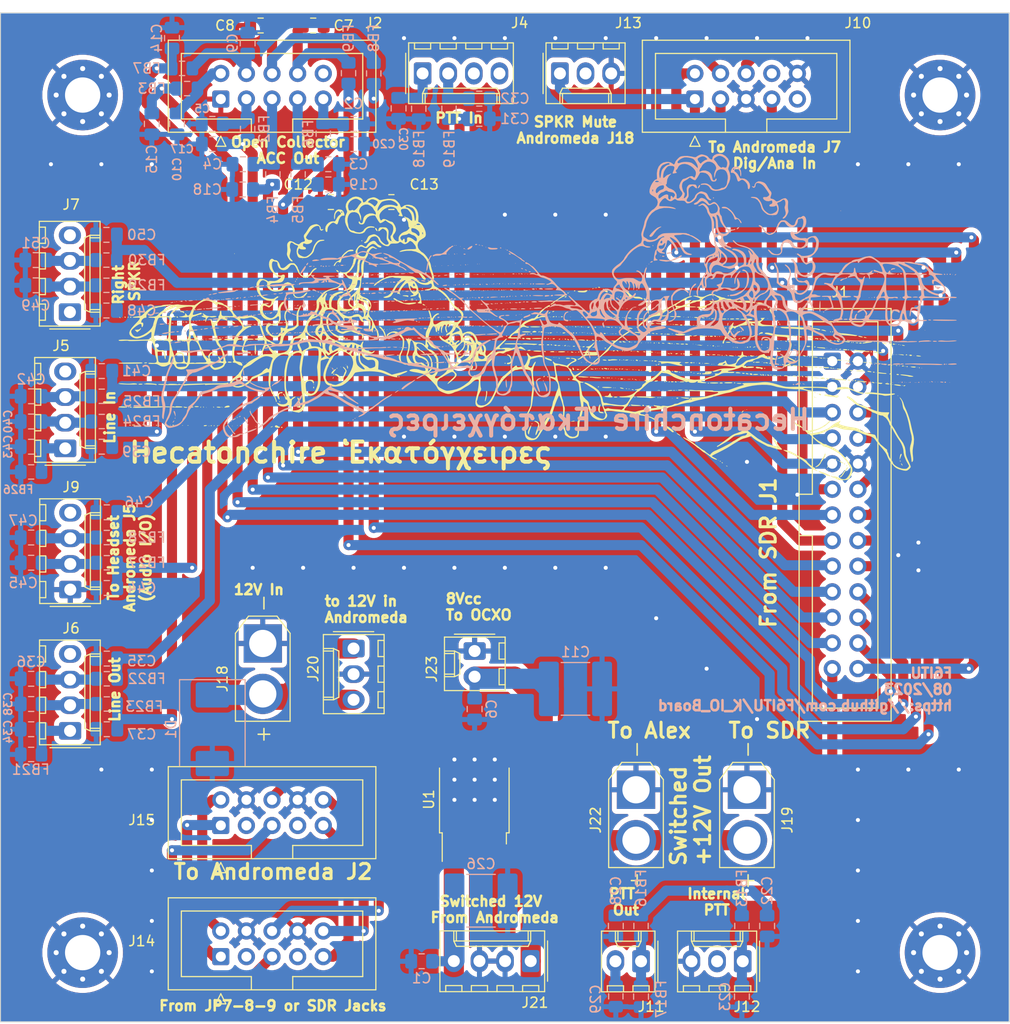
<source format=kicad_pcb>
(kicad_pcb (version 20221018) (generator pcbnew)
  (layers (0 "F.Cu" signal) (31 "B.Cu" signal) (34 "B.Paste" user) (35 "F.Paste" user) (36 "B.SilkS" user "B.Silkscreen") (37 "F.SilkS" user "F.Silkscreen") (38 "B.Mask" user) (39 "F.Mask" user) (44 "Edge.Cuts" user))
  (net 0 "")
  (net 1 "Net-(J2-Pin_9)")
  (net 2 "GND")
  (net 3 "Net-(J2-Pin_7)")
  (net 4 "Net-(J2-Pin_5)")
  (net 5 "Net-(J2-Pin_3)")
  (net 6 "Net-(J2-Pin_8)")
  (net 7 "Net-(J2-Pin_6)")
  (net 8 "Net-(J2-Pin_4)")
  (net 9 "Net-(J2-Pin_2)")
  (net 10 "OC_OUT_1")
  (net 11 "OC_OUT_3")
  (net 12 "OC_OUT_5")
  (net 13 "OC_REF")
  (net 14 "OC_OUT_6")
  (net 15 "OC_OUT_4")
  (net 16 "OC_OUT_2")
  (net 17 "OC_OUT_0")
  (net 18 "PTT_OUT")
  (net 19 "Net-(J12-Pin_1)")
  (net 20 "Net-(J11-Pin_1)")
  (net 21 "Net-(J4-Pin_1)")
  (net 22 "PTT_IN")
  (net 23 "Net-(J4-Pin_2)")
  (net 24 "Net-(J6-Pin_1)")
  (net 25 "L_LINE_OUT")
  (net 26 "Net-(J6-Pin_3)")
  (net 27 "R_LINE_OUT")
  (net 28 "Net-(J6-Pin_2)")
  (net 29 "R_LINE_IN")
  (net 30 "Net-(J5-Pin_2)")
  (net 31 "L_LINE_IN")
  (net 32 "Net-(J5-Pin_3)")
  (net 33 "Net-(J5-Pin_1)")
  (net 34 "R_HP_OUT")
  (net 35 "Net-(J9-Pin_2)")
  (net 36 "L_HP_OUT")
  (net 37 "Net-(J9-Pin_3)")
  (net 38 "RIGHT_SPKR")
  (net 39 "Net-(J7-Pin_2)")
  (net 40 "RIGHT_SPKR1")
  (net 41 "Net-(J7-Pin_3)")
  (net 42 "Net-(J11-Pin_2)")
  (net 43 "DIG IN 1")
  (net 44 "ANA_IN_1")
  (net 45 "ANA_IN_2")
  (net 46 "DIG_IN_4")
  (net 47 "DIG IN 2")
  (net 48 "DIG_IN3")
  (net 61 "Net-(J14-Pin_1)")
  (net 62 "Net-(J14-Pin_2)")
  (net 64 "Net-(J14-Pin_5)")
  (net 65 "Net-(J14-Pin_6)")
  (net 67 "Net-(J14-Pin_9)")
  (net 68 "Net-(J14-Pin_10)")
  (net 71 "Net-(J19-Pin_2)")
  (net 72 "Net-(J23-Pin_2)")
  (net 73 "Net-(D1-K)")
  (footprint "Connector_IDC:IDC-Header_2x05_P2.54mm_Vertical" (layer "F.Cu") (at 131.84 140.54 90)
    (fp_text reference "J15")
    (fp_text value "to Andromeda J2")
  )
  (footprint "Connector_Molex:Molex_KK-254_AE-6410-03A_1x03_P2.54mm_Vertical" (layer "F.Cu") (at 145 123 -90)
    (fp_text reference "J20")
    (fp_text value "to 12V Andromeda in")
  )
  (footprint "MountingHole:MountingHole_3.5mm_Pad_Via" (layer "F.Cu") (at 118.143845 153.143845)
    (fp_text reference "H3" hide)
    (fp_text value "MountingHole_Pad")
  )
  (footprint "Connector_AMASS:AMASS_XT30U-F_1x02_P5.0mm_Vertical" (layer "F.Cu") (at 184 137 -90)
    (fp_text reference "J19")
    (fp_text value "To SDR")
  )
  (footprint "Capacitor_SMD:C_0805_2012Metric_Pad1.18x1.45mm_HandSolder" (layer "F.Cu") (at 148.75 78.75)
    (fp_text reference "C13")
    (fp_text value "10n")
  )
  (footprint "Connector_Molex:Molex_KK-254_AE-6410-04A_1x04_P2.54mm_Vertical" (layer "F.Cu") (at 116.9175 117.16 90)
    (fp_text reference "J9")
    (fp_text value "Headphone front plate")
  )
  (footprint "Connector_IDC:IDC-Header_2x13_P2.54mm_Vertical" (layer "F.Cu") (at 192.46 94.52)
    (fp_text reference "J1")
    (fp_text value "Conn from SDR J1")
  )
  (footprint "MountingHole:MountingHole_3.5mm_Pad_Via" (layer "F.Cu") (at 203.143845 68.143845)
    (fp_text reference "H1" hide)
    (fp_text value "MountingHole_Pad")
  )
  (footprint "Package_TO_SOT_SMD:TO-252-3_TabPin2" (layer "F.Cu") (at 156.97 137.96 90)
    (fp_text reference "U1")
    (fp_text value "L7808")
  )
  (footprint "Connector_Molex:Molex_KK-254_AE-6410-04A_1x04_P2.54mm_Vertical" (layer "F.Cu") (at 116.88 89.66 90)
    (fp_text reference "J7")
    (fp_text value "Right SPKR")
  )
  (footprint "Connector_AMASS:AMASS_XT30U-F_1x02_P5.0mm_Vertical" (layer "F.Cu") (at 136 122.5 -90)
    (fp_text reference "J18")
    (fp_text value "Conn_01x02_Socket")
  )
  (footprint "Connector_AMASS:AMASS_XT30U-F_1x02_P5.0mm_Vertical" (layer "F.Cu") (at 173 137 -90)
    (fp_text reference "J22")
    (fp_text value "To Alexandrie")
  )
  (footprint "Connector_Molex:Molex_KK-254_AE-6410-04A_1x04_P2.54mm_Vertical" (layer "F.Cu") (at 162.56 153.98 180)
    (fp_text reference "J21")
    (fp_text value "Switched 12V From Andromeda")
  )
  (footprint "Capacitor_SMD:C_0805_2012Metric_Pad1.18x1.45mm_HandSolder" (layer "F.Cu") (at 141 61.25)
    (fp_text reference "C7")
    (fp_text value "10n")
  )
  (footprint "Connector_IDC:IDC-Header_2x05_P2.54mm_Vertical" (layer "F.Cu") (at 131.84 153.54 90)
    (fp_text reference "J14")
    (fp_text value "Jack_in/out")
  )
  (footprint "Capacitor_SMD:C_0805_2012Metric_Pad1.18x1.45mm_HandSolder" (layer "F.Cu") (at 142.75 78.75 180)
    (fp_text reference "C12")
    (fp_text value "10n")
  )
  (footprint "lib:hecatonghire" (layer "F.Cu") (at 161.75 92)
    (fp_text reference "G***" hide)
    (fp_text value "LOGO" hide)
  )
  (footprint "MountingHole:MountingHole_3.5mm_Pad_Via" (layer "F.Cu") (at 203.143845 153.143845)
    (fp_text reference "H4" hide)
    (fp_text value "MountingHole_Pad")
  )
  (footprint "MountingHole:MountingHole_3.5mm_Pad_Via" (layer "F.Cu") (at 118.143845 68.143845)
    (fp_text reference "H2" hide)
    (fp_text value "MountingHole_Pad")
  )
  (footprint "Connector_IDC:IDC-Header_2x05_P2.54mm_Vertical" (layer "F.Cu") (at 131.84 68.54 90)
    (fp_text reference "J2")
    (fp_text value "ACC Out")
  )
  (footprint "Connector_Molex:Molex_KK-254_AE-6410-03A_1x03_P2.54mm_Vertical" (layer "F.Cu") (at 165.46 66)
    (fp_text reference "J13")
    (fp_text value "SPKR Mute")
  )
  (footprint "Capacitor_SMD:C_0805_2012Metric_Pad1.18x1.45mm_HandSolder" (layer "F.Cu") (at 135.7875 61.25 180)
    (fp_text reference "C8")
    (fp_text value "10n")
  )
  (footprint "Connector_Molex:Molex_KK-254_AE-6410-02A_1x02_P2.54mm_Vertical" (layer "F.Cu") (at 157 123.25 -90)
    (fp_text reference "J23")
    (fp_text value "To OCXO")
  )
  (footprint "Connector_IDC:IDC-Header_2x05_P2.54mm_Vertical" (layer "F.Cu") (at 178.84 68.54 90)
    (fp_text reference "J10")
    (fp_text value "To Andromeda J7")
  )
  (footprint "Connector_Molex:Molex_KK-254_AE-6410-04A_1x04_P2.54mm_Vertical" (layer "F.Cu") (at 116.8975 131.16 90)
    (fp_text reference "J6")
    (fp_text value "Line Out")
  )
  (footprint "Connector_Molex:Molex_KK-254_AE-6410-02A_1x02_P2.54mm_Vertical" (layer "F.Cu") (at 173.5 154 180)
    (fp_text reference "J11")
    (fp_text value "PTT Out")
  )
  (footprint "Connector_Molex:Molex_KK-254_AE-6410-03A_1x03_P2.54mm_Vertical" (layer "F.Cu") (at 183.58 154 180)
    (fp_text reference "J12")
    (fp_text value "PTT Int")
  )
  (footprint "Connector_Molex:Molex_KK-254_AE-6410-04A_1x04_P2.54mm_Vertical" (layer "F.Cu") (at 151.8425 66)
    (fp_text reference "J4")
    (fp_text value "PTT In")
  )
  (footprint "Connector_Molex:Molex_KK-254_AE-6410-04A_1x04_P2.54mm_Vertical" (layer "F.Cu") (at 116.4175 103.16 90)
    (fp_text reference "J5")
    (fp_text value "Line In")
  )
  (footprint "Capacitor_SMD:C_0805_2012Metric_Pad1.18x1.45mm_HandSolder" (layer "B.Cu") (at 113.5 87 180)
    (fp_text reference "C49")
    (fp_text value "10n")
  )
  (footprint "Inductor_SMD:L_0805_2012Metric_Pad1.15x1.40mm_HandSolder" (layer "B.Cu") (at 113.0375 133.5)
    (fp_text reference "FB21")
    (fp_text value "fb0805")
  )
  (footprint "Inductor_SMD:L_0805_2012Metric_Pad1.15x1.40mm_HandSolder" (layer "B.Cu") (at 120.5 84.5 180)
    (fp_text reference "FB30")
    (fp_text value "fb0805")
  )
  (footprint "Capacitor_SMD:C_0805_2012Metric_Pad1.18x1.45mm_HandSolder" (layer "B.Cu") (at 142.5 77)
    (fp_text reference "C19")
    (fp_text value "10n")
  )
  (footprint "Inductor_SMD:L_0805_2012Metric_Pad1.15x1.40mm_HandSolder" (layer "B.Cu") (at 154.4625 69.5 90)
    (fp_text reference "FB19")
    (fp_text value "fb0805")
  )
  (footprint "Capacitor_SMD:C_0805_2012Metric_Pad1.18x1.45mm_HandSolder" (layer "B.Cu") (at 113.0375 126 180)
    (fp_text reference "C36")
    (fp_text value "10n")
  )
  (footprint "Capacitor_SMD:C_2220_5650Metric_Pad1.97x5.40mm_HandSolder" (layer "B.Cu") (at 157.6375 148 180)
    (fp_text reference "C26")
    (fp_text value "C_Polarized_Small")
  )
  (footprint "Capacitor_SMD:C_0805_2012Metric_Pad1.18x1.45mm_HandSolder" (layer "B.Cu") (at 113.5 84.5 180)
    (fp_text reference "C51")
    (fp_text value "10n")
  )
  (footprint "Capacitor_SMD:C_0805_2012Metric_Pad1.18x1.45mm_HandSolder" (layer "B.Cu") (at 145 73)
    (fp_text reference "C20")
    (fp_text value "10n")
  )
  (footprint "Capacitor_SMD:C_0805_2012Metric_Pad1.18x1.45mm_HandSolder" (layer "B.Cu") (at 131 71 180)
    (fp_text reference "C5")
    (fp_text value "10n")
  )
  (footprint "Capacitor_SMD:C_0805_2012Metric_Pad1.18x1.45mm_HandSolder" (layer "B.Cu") (at 120.5 89.5 180)
    (fp_text reference "C48")
    (fp_text value "10n")
  )
  (footprint "Capacitor_SMD:C_0805_2012Metric_Pad1.18x1.45mm_HandSolder" (layer "B.Cu") (at 113.0375 98 180)
    (fp_text reference "C42")
    (fp_text value "10n")
  )
  (footprint "Capacitor_SMD:C_0805_2012Metric_Pad1.18x1.45mm_HandSolder" (layer "B.Cu") (at 173.5 157.5 -90)
    (fp_text reference "C29")
    (fp_text value "10n")
  )
  (footprint "Inductor_SMD:L_0805_2012Metric_Pad1.15x1.40mm_HandSolder" (layer "B.Cu") (at 120.5375 112 180)
    (fp_text reference "FB28")
    (fp_text value "fb0805")
  )
  (footprint "Capacitor_SMD:C_0805_2012Metric_Pad1.18x1.45mm_HandSolder" (layer "B.Cu") (at 120.5375 109.5 180)
    (fp_text reference "C46")
    (fp_text value "10n")
  )
  (footprint "Capacitor_SMD:C_0805_2012Metric_Pad1.18x1.45mm_HandSolder" (layer "B.Cu") (at 120.5 82 180)
    (fp_text reference "C50")
    (fp_text value "10n")
  )
  (footprint "Capacitor_SMD:C_0805_2012Metric_Pad1.18x1.45mm_HandSolder" (layer "B.Cu") (at 145 71)
    (fp_text reference "C2")
    (fp_text value "10n")
  )
  (footprint "Capacitor_SMD:C_0805_2012Metric_Pad1.18x1.45mm_HandSolder" (layer "B.Cu") (at 134 77.5 180)
    (fp_text reference "C18")
    (fp_text value "10n")
  )
  (footprint "Capacitor_SMD:C_0805_2012Metric_Pad1.18x1.45mm_HandSolder" (layer "B.Cu") (at 120.5375 124 180)
    (fp_text reference "C35")
    (fp_text value "10n")
  )
  (footprint "Capacitor_SMD:C_0805_2012Metric_Pad1.18x1.45mm_HandSolder" (layer "B.Cu") (at 134.5 63 90)
    (fp_text reference "C9")
    (fp_text value "10n")
  )
  (footprint "Capacitor_SMD:C_0805_2012Metric_Pad1.18x1.45mm_HandSolder" (layer "B.Cu") (at 157 129 90)
    (fp_text reference "C6")
    (fp_text value "C_Small")
  )
  (footprint "Inductor_SMD:L_0805_2012Metric_Pad1.15x1.40mm_HandSolder" (layer "B.Cu") (at 120.5375 114.5 180)
    (fp_text reference "FB27")
    (fp_text value "fb0805")
  )
  (footprint "Capacitor_SMD:C_0805_2012Metric_Pad1.18x1.45mm_HandSolder" (layer "B.Cu") (at 113.0375 128.5 180)
    (fp_text reference "C38")
    (fp_text value "10n")
  )
  (footprint "Inductor_SMD:L_0805_2012Metric_Pad1.15x1.40mm_HandSolder" (layer "B.Cu") (at 128 65.5 180)
    (fp_text reference "FB7")
    (fp_text value "fb0805")
  )
  (footprint "Capacitor_SMD:C_0805_2012Metric_Pad1.18x1.45mm_HandSolder" (layer "B.Cu") (at 120.0375 95.5 180)
    (fp_text reference "C41")
    (fp_text value "10n")
  )
  (footprint "Capacitor_SMD:C_0805_2012Metric_Pad1.18x1.45mm_HandSolder" (layer "B.Cu") (at 113.0375 114.5 180)
    (fp_text reference "C45")
    (fp_text value "10n")
  )
  (footprint "Capacitor_SMD:C_0805_2012Metric_Pad1.18x1.45mm_HandSolder" (layer "B.Cu") (at 120.0375 103 180)
    (fp_text reference "C39")
    (fp_text value "10n")
  )
  (footprint "Inductor_SMD:L_0805_2012Metric_Pad1.15x1.40mm_HandSolder" (layer "B.Cu") (at 137 76 90)
    (fp_text reference "FB4")
    (fp_text value "fb0805")
  )
  (footprint "Capacitor_SMD:C_0805_2012Metric_Pad1.18x1.45mm_HandSolder" (layer "B.Cu") (at 186 150.5 -90)
    (fp_text reference "C22")
    (fp_text value "10n")
  )
  (footprint "Capacitor_SMD:C_0805_2012Metric_Pad1.18x1.45mm_HandSolder" (layer "B.Cu") (at 120.5375 117 180)
    (fp_text reference "C44")
    (fp_text value "10n")
  )
  (footprint "Capacitor_SMD:C_0805_2012Metric_Pad1.18x1.45mm_HandSolder" (layer "B.Cu") (at 142.5 75)
    (fp_text reference "C3")
    (fp_text value "10n")
  )
  (footprint "Inductor_SMD:L_0805_2012Metric_Pad1.15x1.40mm_HandSolder" (layer "B.Cu") (at 147 66 -90)
    (fp_text reference "FB8")
    (fp_text value "fb0805")
  )
  (footprint "Capacitor_SMD:C_2220_5650Metric_Pad1.97x5.40mm_HandSolder" (layer "B.Cu") (at 167 127 180)
    (fp_text reference "C11")
    (fp_text value "C_Polarized_Small")
  )
  (footprint "Capacitor_SMD:C_0805_2012Metric_Pad1.18x1.45mm_HandSolder" (layer "B.Cu") (at 125 71 -90)
    (fp_text reference "C15")
    (fp_text value "10n")
  )
  (footprint "Inductor_SMD:L_0805_2012Metric_Pad1.15x1.40mm_HandSolder" (layer "B.Cu") (at 120.0375 100.5 180)
    (fp_text reference "FB24")
    (fp_text value "fb0805")
  )
  (footprint "Inductor_SMD:L_0805_2012Metric_Pad1.15x1.40mm_HandSolder" (layer "B.Cu") (at 120.0375 98 180)
    (fp_text reference "FB25")
    (fp_text value "fb0805")
  )
  (footprint "Capacitor_SMD:C_0805_2012Metric_Pad1.18x1.45mm_HandSolder" (layer "B.Cu") (at 127 62.5 90)
    (fp_text reference "C14")
    (fp_text value "10n")
  )
  (footprint "Inductor_SMD:L_0805_2012Metric_Pad1.15x1.40mm_HandSolder" (layer "B.Cu") (at 142 71.975 90)
    (fp_text reference "FB6")
    (fp_text value "fb0805")
  )
  (footprint "Inductor_SMD:L_0805_2012Metric_Pad1.15x1.40mm_HandSolder" (layer "B.Cu") (at 151.4625 69.5 90)
    (fp_text reference "FB18")
    (fp_text value "fb0805")
  )
  (footprint "Capacitor_SMD:C_0805_2012Metric_Pad1.18x1.45mm_HandSolder" (layer "B.Cu") (at 113.0375 112 180)
    (fp_text reference "C47")
    (fp_text value "10n")
  )
  (footprint "Capacitor_SMD:C_0805_2012Metric_Pad1.18x1.45mm_HandSolder" (layer "B.Cu") (at 113.0375 100.5 180)
    (fp_text reference "C40")
    (fp_text value "10n")
  )
  (footprint "Capacitor_SMD:C_0805_2012Metric_Pad1.18x1.45mm_HandSolder" (layer "B.Cu") (at 134.0375 75 180)
    (fp_text reference "C4")
    (fp_text value "10n")
  )
  (footprint "Capacitor_SMD:C_0805_2012Metric_Pad1.18x1.45mm_HandSolder" (layer "B.Cu") (at 151.75 154)
    (fp_text reference "C1")
    (fp_text value "C_Small")
  )
  (footprint "Inductor_SMD:L_0805_2012Metric_Pad1.15x1.40mm_HandSolder" (layer "B.Cu") (at 183.5 150.5 -90)
    (fp_text reference "FB13")
    (fp_text value "fb0805")
  )
  (footprint "Inductor_SMD:L_0805_2012Metric_Pad1.15x1.40mm_HandSolder" (layer "B.Cu") (at 120.5 87 180)
    (fp_text reference "FB29")
    (fp_text value "fb0805")
  )
  (footprint "Inductor_SMD:L_0805_2012Metric_Pad1.15x1.40mm_HandSolder" (layer "B.Cu") (at 144.5 65.975 -90)
    (fp_text reference "FB9")
    (fp_text value "fb0805")
  )
  (footprint "Inductor_SMD:L_0805_2012Metric_Pad1.15x1.40mm_HandSolder" (layer "B.Cu") (at 171 157.475 90)
    (fp_text reference "FB17")
    (fp_text value "fb0805")
  )
  (footprint "Inductor_SMD:L_0805_2012Metric_Pad1.15x1.40mm_HandSolder" (layer "B.Cu") (at 113.0375 105.5)
    (fp_text reference "FB26")
    (fp_text value "fb0805")
  )
  (footprint "Inductor_SMD:L_0805_2012Metric_Pad1.15x1.40mm_HandSolder" (layer "B.Cu") (at 173.5 150.5 -90)
    (fp_text reference "FB16")
    (fp_text value "fb0805")
  )
  (footprint "Capacitor_SMD:C_0805_2012Metric_Pad1.18x1.45mm_HandSolder" (layer "B.Cu") (at 131 73 180)
    (fp_text reference "C17")
    (fp_text value "10n")
  )
  (footprint "Inductor_SMD:L_0805_2012Metric_Pad1.15x1.40mm_HandSolder" (layer "B.Cu") (at 134.5 71.5 90)
    (fp_text reference "FB2")
    (fp_text value "fb0805")
  )
  (footprint "Capacitor_SMD:C_0805_2012Metric_Pad1.18x1.45mm_HandSolder" (layer "B.Cu") (at 149.4625 69.4625 90)
    (fp_text reference "C30")
    (fp_text value "10n")
  )
  (footprint "Inductor_SMD:L_0805_2012Metric_Pad1.15x1.40mm_HandSolder" (layer "B.Cu") (at 139.5 76 90)
    (fp_text reference "FB5")
    (fp_text value "fb0805")
  )
  (footprint "Inductor_SMD:L_0805_2012Metric_Pad1.15x1.40mm_HandSolder" (layer "B.Cu") (at 120.5375 126 180)
    (fp_text reference "FB22")
    (fp_text value "fb0805")
  )
  (footprint "Capacitor_SMD:C_0805_2012Metric_Pad1.18x1.45mm_HandSolder" (layer "B.Cu") (at 120.5375 131 180)
    (fp_text reference "C37")
    (fp_text value "10n")
  )
  (footprint "Capacitor_SMD:C_0805_2012Metric_Pad1.18x1.45mm_HandSolder" (layer "B.Cu") (at 127.5 71 -90)
    (fp_text reference "C10")
    (fp_text value "10n")
  )
  (footprint "Capacitor_SMD:C_0805_2012Metric_Pad1.18x1.45mm_HandSolder" (layer "B.Cu") (at 157.4625 70.5)
    (fp_text reference "C31")
    (fp_text value "10n")
  )
  (footprint "Capacitor_SMD:C_0805_2012Metric_Pad1.18x1.45mm_HandSolder" (layer "B.Cu") (at 171 150.5 -90)
    (fp_text reference "C28")
    (fp_text value "10n")
  )
  (footprint "Inductor_SMD:L_0805_2012Metric_Pad1.15x1.40mm_HandSolder" (layer "B.Cu") (at 128.5 67.5 180)
    (fp_text reference "FB3")
    (fp_text value "fb0805")
  )
  (footprint "Capacitor_SMD:C_0805_2012Metric_Pad1.18x1.45mm_HandSolder" (layer "B.Cu") (at 113.0375 103)
    (fp_text reference "C43")
    (fp_text value "10n")
  )
  (footprint "Capacitor_SMD:C_0805_2012Metric_Pad1.18x1.45mm_HandSolder" (layer "B.Cu") (at 183.5 157.5 -90)
    (fp_text reference "C23")
    (fp_text value "10n")
  )
  (footprint "Diode_SMD:D_SMC" (layer "B.Cu") (at 131 131 -90)
    (fp_text reference "D1")
    (fp_text value "SS36")
  )
  (footprint "lib:hecatonghire" (layer "B.Cu") (at 164.75 87.75 180)
    (fp_text reference "G***" hide)
    (fp_text value "LOGO" hide)
  )
  (footprint "Capacitor_SMD:C_0805_2012Metric_Pad1.18x1.45mm_HandSolder" (layer "B.Cu") (at 157.4625 68.5)
    (fp_text reference "C32")
    (fp_text value "10n")
  )
  (footprint "Inductor_SMD:L_0805_2012Metric_Pad1.15x1.40mm_HandSolder" (layer "B.Cu") (at 120.5375 128.5 180)
    (fp_text reference "FB23")
    (fp_text value "fb0805")
  )
  (footprint "Capacitor_SMD:C_0805_2012Metric_Pad1.18x1.45mm_HandSolder" (layer "B.Cu") (at 113.0375 131)
    (fp_text reference "C34")
    (fp_text value "10n")
  )
  (gr_rect (start 110 60) (end 210 160) (stroke (width 0.1)) (fill none) (layer "Edge.Cuts"))
  (gr_text "F6ITU\n08/2023\nhttps://github.com/F6ITU/K_IO_Board" (at 204.5 129.25) (layer "B.SilkS") (effects (font (size 1 1) (thickness 0.25) bold) (justify left bottom mirror)))
  (gr_text "Hecatonchire Ἑκατόγχειρες " (at 168.5 101.5) (layer "B.SilkS") (effects (font (size 2 2) (thickness 0.4) bold) (justify bottom mirror)))
  (gr_text "Hecatonchire Ἑκατόγχειρες " (at 144.5 104.75) (layer "F.SilkS") (effects (font (size 2 2) (thickness 0.4) bold) (justify bottom)))
  (gr_text "From JP7-8-9 or SDR Jacks" (at 137 159) (layer "F.SilkS") (effects (font (size 1 1) (thickness 0.25) bold) (justify bottom)))
  (gr_text "PTT \nOut" (at 172 149.5) (layer "F.SilkS") (effects (font (size 1 1) (thickness 0.25) bold) (justify bottom)))
  (gr_text "Switched 12V \nFrom Andromeda" (at 159 150.25) (layer "F.SilkS") (effects (font (size 1 1) (thickness 0.25) bold) (justify bottom)))
  (gr_text "Line Out" (at 121.9175 127.07 90) (layer "F.SilkS") (effects (font (size 1 1) (thickness 0.25) bold) (justify bottom)))
  (gr_text "SPKR Mute\nAndromeda J18" (at 167 73) (layer "F.SilkS") (effects (font (size 1 1) (thickness 0.25) bold) (justify bottom)))
  (gr_text "Switched\n+12V Out" (at 180.5 144.71 90) (layer "F.SilkS") (effects (font (size 1.5 1.5) (thickness 0.3) bold) (justify left bottom)))
  (gr_text "To Andromeda J2" (at 127 146) (layer "F.SilkS") (effects (font (size 1.5 1.5) (thickness 0.3) bold) (justify left bottom)))
  (gr_text "To Headset\nAndromeda J5\n(Audio I/O)\n" (at 125 114 90) (layer "F.SilkS") (effects (font (size 1 1) (thickness 0.25) bold) (justify bottom)))
  (gr_text "Internal\nPTT\n" (at 181 149.5) (layer "F.SilkS") (effects (font (size 1 1) (thickness 0.25) bold) (justify bottom)))
  (gr_text "To Alex" (at 170 132) (layer "F.SilkS") (effects (font (size 1.5 1.5) (thickness 0.3) bold) (justify left bottom)))
  (gr_text "Line In" (at 121.4175 100.07 90) (layer "F.SilkS") (effects (font (size 1 1) (thickness 0.25) bold) (justify bottom)))
  (gr_text "8Vcc\nTo OCXO\n\n" (at 154.01 121.87) (layer "F.SilkS") (effects (font (size 1 1) (thickness 0.25) bold) (justify left bottom)))
  (gr_text "PTT In" (at 155.4625 71) (layer "F.SilkS") (effects (font (size 1 1) (thickness 0.25) bold) (justify bottom)))
  (gr_text "To SDR" (at 182 132) (layer "F.SilkS") (effects (font (size 1.5 1.5) (thickness 0.3) bold) (justify left bottom)))
  (gr_text "To Andromeda J7\nDig/Ana In" (at 186.75 75.5) (layer "F.SilkS") (effects (font (size 1 1) (thickness 0.25) bold) (justify bottom)))
  (gr_text "Open Collector\nACC Out" (at 138.5 75) (layer "F.SilkS") (effects (font (size 1 1) (thickness 0.25) bold) (justify bottom)))
  (gr_text "Right \nSPKR" (at 123.88 86.57 90) (layer "F.SilkS") (effects (font (size 1 1) (thickness 0.25) bold) (justify bottom)))
  (gr_text "to 12V in \nAndromeda " (at 142 120.5) (layer "F.SilkS") (effects (font (size 1 1) (thickness 0.25) bold) (justify left bottom)))
  (gr_text "From SDR J1" (at 187 113.5 90) (layer "F.SilkS") (effects (font (size 1.5 1.5) (thickness 0.3) bold) (justify bottom)))
  (gr_text "12V In" (at 133 117.75) (layer "F.SilkS") (effects (font (size 1 1) (thickness 0.25) bold) (justify left bottom)))
  (segment (start 142 68.54) (end 142 70.95) (width 1) (layer "B.Cu") (net 1))
  (segment (start 142 70.95) (end 143.9125 70.95) (width 1) (layer "B.Cu") (net 1))
  (segment (start 143.9125 70.95) (end 143.9625 71) (width 1) (layer "B.Cu") (net 1))
  (segment (start 155 136) (end 157 136) (width 1) (layer "F.Cu") (net 2))
  (segment (start 157 134) (end 155 134) (width 1) (layer "F.Cu") (net 2))
  (segment (start 159 136) (end 159 134) (width 1) (layer "F.Cu") (net 2))
  (segment (start 157 138) (end 157 136) (width 1) (layer "F.Cu") (net 2))
  (segment (start 155 134) (end 155 136) (width 1) (layer "F.Cu") (net 2))
  (segment (start 157 138) (end 159 138) (width 1) (layer "F.Cu") (net 2))
  (segment (start 159 138) (end 159 136) (width 1) (layer "F.Cu") (net 2))
  (segment (start 159 134) (end 157 134) (width 1) (layer "F.Cu") (net 2))
  (segment (start 157 136) (end 159 136) (width 1) (layer "F.Cu") (net 2))
  (segment (start 157 134) (end 157 136) (width 1) (layer "F.Cu") (net 2))
  (segment (start 155 138) (end 157 138) (width 1) (layer "F.Cu") (net 2))
  (via (at 180 62.5) (size 0.8) (drill 0.4) (layers "F.Cu" "B.Cu") (net 2))
  (via (at 155 62.5) (size 0.8) (drill 0.4) (layers "F.Cu" "B.Cu") (net 2))
  (via (at 183 85.25) (size 0.8) (drill 0.4) (layers "F.Cu" "B.Cu") (net 2))
  (via (at 155 136) (size 0.8) (drill 0.4) (layers "F.Cu" "B.Cu") (net 2))
  (via (at 157 134) (size 0.8) (drill 0.4) (layers "F.Cu" "B.Cu") (net 2))
  (via (at 170 102) (size 0.8) (drill 0.4) (layers "F.Cu" "B.Cu") (net 2))
  (via (at 159 134) (size 0.8) (drill 0.4) (layers "F.Cu" "B.Cu") (net 2))
  (via (at 190 62.5) (size 0.8) (drill 0.4) (layers "F.Cu" "B.Cu") (net 2))
  (via (at 135 115) (size 0.8) (drill 0.4) (layers "F.Cu" "B.Cu") (net 2))
  (via (at 160 80) (size 0.8) (drill 0.4) (layers "F.Cu" "B.Cu") (net 2))
  (via (at 160 102) (size 0.8) (drill 0.4) (layers "F.Cu" "B.Cu") (net 2))
  (via (at 170 62.5) (size 0.8) (drill 0.4) (layers "F.Cu" "B.Cu") (net 2))
  (via (at 125 75) (size 0.8) (drill 0.4) (layers "F.Cu" "B.Cu") (net 2))
  (via (at 170 115) (size 0.8) (drill 0.4) (layers "F.Cu" "B.Cu") (net 2))
  (via (at 155 134) (size 0.8) (drill 0.4) (layers "F.Cu" "B.Cu") (net 2))
  (via (at 199 113.75) (size 0.8) (drill 0.4) (layers "F.Cu" "B.Cu") (net 2))
  (via (at 150 80.5) (size 0.8) (drill 0.4) (layers "F.Cu" "B.Cu") (net 2))
  (via (at 195 135) (size 0.8) (drill 0.4) (layers "F.Cu" "B.Cu") (net 2))
  (via (at 155 102) (size 0.8) (drill 0.4) (layers "F.Cu" "B.Cu") (net 2))
  (via (at 165 102) (size 0.8) (drill 0.4) (layers "F.Cu" "B.Cu") (net 2))
  (via (at 201 112.5) (size 0.8) (drill 0.4) (layers "F.Cu" "B.Cu") (net 2))
  (via (at 159 138) (size 0.8) (drill 0.4) (layers "F.Cu" "B.Cu") (net 2))
  (via (at 157 136) (size 0.8) (drill 0.4) (layers "F.Cu" "B.Cu") (net 2))
  (via (at 205 135) (size 0.8) (drill 0.4) (layers "F.Cu" "B.Cu") (net 2))
  (via (at 195 150) (size 0.8) (drill 0.4) (layers "F.Cu" "B.Cu") (net 2))
  (via (at 165 62.5) (size 0.8) (drill 0.4) (layers "F.Cu" "B.Cu") (net 2))
  (via (at 189 107.75) (size 0.8) (drill 0.4) (layers "F.Cu" "B.Cu") (net 2))
  (via (at 175 120) (size 0.8) (drill 0.4) (layers "F.Cu" "B.Cu") (net 2))
  (via (at 170 80) (size 0.8) (drill 0.4) (layers "F.Cu" "B.Cu") (net 2))
  (via (at 157 138) (size 0.8) (drill 0.4) (layers "F.Cu" "B.Cu") (net 2))
  (via (at 125 155) (size 0.8) (drill 0.4) (layers "F.Cu" "B.Cu") (net 2))
  (via (at 150 102) (size 0.8) (drill 0.4) (layers "F.Cu" "B.Cu") (net 2))
  (via (at 195 145) (size 0.8) (drill 0.4) (layers "F.Cu" "B.Cu") (net 2))
  (via (at 120 135) (size 0.8) (drill 0.4) (layers "F.Cu" "B.Cu") (net 2))
  (via (at 115 75) (size 0.8) (drill 0.4) (layers "F.Cu" "B.Cu") (net 2))
  (via (at 201 115.25) (size 0.8) (drill 0.4) (layers "F.Cu" "B.Cu") (net 2))
  (via (at 165 80) (size 0.8) (drill 0.4) (layers "F.Cu" "B.Cu") (net 2))
  (via (at 145 115) (size 0.8) (drill 0.4) (layers "F.Cu" "B.Cu") (net 2))
  (via (at 184 104.5) (size 0.8) (drill 0.4) (layers "F.Cu" "B.Cu") (net 2))
  (via (at 125 140) (size 0.8) (drill 0.4) (layers "F.Cu" "B.Cu") (net 2))
  (via (at 150 62.5) (size 0.8) (drill 0.4) (layers "F.Cu" "B.Cu") (net 2))
  (via (at 175 62.5) (size 0.8) (drill 0.4) (layers "F.Cu" "B.Cu") (net 2))
  (via (at 159 136) (size 0.8) (drill 0.4) (layers "F.Cu" "B.Cu") (net 2))
  (via (at 150 115) (size 0.8) (drill 0.4) (layers "F.Cu" "B.Cu") (net 2))
  (via (at 185 130) (size 0.8) (drill 0.4) (layers "F.Cu" "B.Cu") (net 2))
  (via (at 185 62.5) (size 0.8) (drill 0.4) (layers "F.Cu" "B.Cu") (net 2))
  (via (at 155 115) (size 0.8) (drill 0.4) (layers "F.Cu" "B.Cu") (net 2))
  (via (at 165 115) (size 0.8) (drill 0.4) (layers "F.Cu" "B.Cu") (net 2))
  (via (at 125 145) (size 0.8) (drill 0.4) (layers "F.Cu" "B.Cu") (net 2))
  (via (at 195 140) (size 0.8) (drill 0.4) (layers "F.Cu" "B.Cu") (net 2))
  (via (at 200 75) (size 0.8) (drill 0.4) (layers "F.Cu" "B.Cu") (net 2))
  (via (at 120 75) (size 0.8) (drill 0.4) (layers "F.Cu" "B.Cu") (net 2))
  (via (at 195 155) (size 0.8) (drill 0.4) (layers "F.Cu" "B.Cu") (net 2))
  (via (at 195 75) (size 0.8) (drill 0.4) (layers "F.Cu" "B.Cu") (net 2))
  (via (at 200 135) (size 0.8) (drill 0.4) (layers "F.Cu" "B.Cu") (net 2))
  (via (at 205 75) (size 0.8) (drill 0.4) (layers "F.Cu" "B.Cu") (net 2))
  (via (at 160 115) (size 0.8) (drill 0.4) (layers "F.Cu" "B.Cu") (net 2))
  (via (at 155 138) (size 0.8) (drill 0.4) (layers "F.Cu" "B.Cu") (net 2))
  (via (at 125 135) (size 0.8) (drill 0.4) (layers "F.Cu" "B.Cu") (net 2))
  (via (at 160 62.5) (size 0.8) (drill 0.4) (layers "F.Cu" "B.Cu") (net 2))
  (via (at 140 115) (size 0.8) (drill 0.4) (layers "F.Cu" "B.Cu") (net 2))
  (via (at 180 125) (size 0.8) (drill 0.4) (layers "F.Cu" "B.Cu") (net 2))
  (via (at 125 150) (size 0.8) (drill 0.4) (layers "F.Cu" "B.Cu") (net 2))
  (segment (start 139.46 68.54) (end 139.46 74.935) (width 1) (layer "B.Cu") (net 3))
  (segment (start 139.46 74.935) (end 139.5 74.975) (width 1) (layer "B.Cu") (net 3))
  (segment (start 139.5 74.975) (end 141.4375 74.975) (width 1) (layer "B.Cu") (net 3))
  (segment (start 141.4375 74.975) (end 141.4625 75) (width 1) (layer "B.Cu") (net 3))
  (segment (start 136.92 68.54) (end 136.92 74.895) (width 1) (layer "B.Cu") (net 4))
  (segment (start 137 74.975) (end 135.1 74.975) (width 1) (layer "B.Cu") (net 4))
  (segment (start 135.1 74.975) (end 135.075 75) (width 1) (layer "B.Cu") (net 4))
  (segment (start 136.92 74.895) (end 137 74.975) (width 1) (layer "B.Cu") (net 4))
  (segment (start 134.38 68.54) (end 134.38 70.355) (width 1) (layer "B.Cu") (net 5))
  (segment (start 132.0375 71) (end 133.975 71) (width 1) (layer "B.Cu") (net 5))
  (segment (start 134.38 70.355) (end 134.5 70.475) (width 1) (layer "B.Cu") (net 5))
  (segment (start 133.975 71) (end 134.5 70.475) (width 1) (layer "B.Cu") (net 5))
  (segment (start 139.46 66) (end 139.46 61.7525) (width 1) (layer "F.Cu") (net 6))
  (segment (start 139.46 61.7525) (end 139.9625 61.25) (width 1) (layer "F.Cu") (net 6))
  (segment (start 139.46 66) (end 139.46 65.02) (width 1) (layer "B.Cu") (net 6))
  (segment (start 140.48 64) (end 143.55 64) (width 1) (layer "B.Cu") (net 6))
  (segment (start 143.55 64) (end 144.5 64.95) (width 1) (layer "B.Cu") (net 6))
  (segment (start 139.46 65.02) (end 140.48 64) (width 1) (layer "B.Cu") (net 6))
  (segment (start 136.92 61.345) (end 136.825 61.25) (width 1) (layer "F.Cu") (net 7))
  (segment (start 136.92 66) (end 136.92 61.345) (width 1) (layer "F.Cu") (net 7))
  (segment (start 139 62.5) (end 145 62.5) (width 1) (layer "B.Cu") (net 7))
  (segment (start 145 62.5) (end 147 64.5) (width 1) (layer "B.Cu") (net 7))
  (segment (start 147 64.5) (end 147 64.975) (width 1) (layer "B.Cu") (net 7))
  (segment (start 136.92 64.58) (end 139 62.5) (width 1) (layer "B.Cu") (net 7))
  (segment (start 136.92 66) (end 136.92 64.58) (width 1) (layer "B.Cu") (net 7))
  (segment (start 134.38 66) (end 134.38 64.1575) (width 1) (layer "B.Cu") (net 8))
  (segment (start 129.025 65.475) (end 130.5 64) (width 1) (layer "B.Cu") (net 8))
  (segment (start 130.5 64) (end 133 64) (width 1) (layer "B.Cu") (net 8))
  (segment (start 133 64) (end 134.38 65.38) (width 1) (layer "B.Cu") (net 8))
  (segment (start 134.38 65.38) (end 134.38 66) (width 1) (layer "B.Cu") (net 8))
  (segment (start 129.025 65.5) (end 129.025 65.475) (width 1) (layer "B.Cu") (net 8))
  (segment (start 134.38 64.1575) (end 134.5 64.0375) (width 1) (layer "B.Cu") (net 8))
  (segment (start 127.5 69.9625) (end 129.525 67.9375) (width 1) (layer "B.Cu") (net 9))
  (segment (start 131.84 66) (end 131.025 66) (width 1) (layer "B.Cu") (net 9))
  (segment (start 129.525 67.9375) (end 129.525 67.5) (width 1) (layer "B.Cu") (net 9))
  (segment (start 131.025 66) (end 129.525 67.5) (width 1) (layer "B.Cu") (net 9))
  (segment (start 195 114.84) (end 197.34 114.84) (width 1) (layer "F.Cu") (net 10))
  (segment (start 197.34 114.84) (end 202 119.5) (width 1) (layer "F.Cu") (net 10))
  (segment (start 143.7875 78.75) (end 143.999999 78.75) (width 0.25) (layer "F.Cu") (net 10))
  (segment (start 202 119.5) (end 202 131.5) (width 1) (layer "F.Cu") (net 10))
  (segment (start 144.499999 68.499999) (end 144.499999 78.25) (width 1) (layer "F.Cu") (net 10))
  (segment (start 144.499999 112.749999) (end 144.5 112.75) (width 1) (layer "F.Cu") (net 10))
  (segment (start 144.499999 78.25) (end 144.499999 112.749999) (width 1) (layer "F.Cu") (net 10))
  (segment (start 143.999999 78.75) (end 144.499999 78.25) (width 0.25) (layer "F.Cu") (net 10))
  (via (at 144.499999 68.499999) (size 0.8) (drill 0.4) (layers "F.Cu" "B.Cu") (net 10))
  (via (at 144.5 112.75) (size 0.8) (drill 0.4) (layers "F.Cu" "B.Cu") (net 10))
  (via (at 202 131.5) (size 0.8) (drill 0.4) (layers "F.Cu" "B.Cu") (net 10))
  (segment (start 191 132.5) (end 186.25 127.75) (width 1) (layer "B.Cu") (net 10))
  (segment (start 144.5 67) (end 144.5 68.499998) (width 1) (layer "B.Cu") (net 10))
  (segment (start 186.25 125.5) (end 173.5 112.75) (width 1) (layer "B.Cu") (net 10))
  (segment (start 173.5 112.75) (end 144.5 112.75) (width 1) (layer "B.Cu") (net 10))
  (segment (start 186.25 127.75) (end 186.25 125.5) (width 1) (layer "B.Cu") (net 10))
  (segment (start 202 131.5) (end 201 132.5) (width 1) (layer "B.Cu") (net 10))
  (segment (start 144.5 68.499998) (end 144.499999 68.499999) (width 1) (layer "B.Cu") (net 10))
  (segment (start 201 132.5) (end 191 132.5) (width 1) (layer "B.Cu") (net 10))
  (segment (start 147.5 78.75) (end 147 78.25) (width 0.25) (layer "F.Cu") (net 11))
  (segment (start 147 78.25) (end 147 111.0505) (width 1) (layer "F.Cu") (net 11))
  (segment (start 195 117.38) (end 200.75 123.13) (width 1) (layer "F.Cu") (net 11))
  (segment (start 147 68.5) (end 147 78.25) (width 1) (layer "F.Cu") (net 11))
  (segment (start 200.75 123.13) (end 200.75 129.75) (width 1) (layer "F.Cu") (net 11))
  (segment (start 147.7125 78.75) (end 147.5 78.75) (width 0.25) (layer "F.Cu") (net 11))
  (via (at 200.75 129.75) (size 0.8) (drill 0.4) (layers "F.Cu" "B.Cu") (net 11))
  (via (at 147 111.0505) (size 0.8) (drill 0.4) (layers "F.Cu" "B.Cu") (net 11))
  (via (at 147 68.5) (size 0.8) (drill 0.4) (layers "F.Cu" "B.Cu") (net 11))
  (segment (start 191.25 131) (end 187.5 127.25) (width 1) (layer "B.Cu") (net 11))
  (segment (start 147 67.025) (end 147 68.5) (width 1) (layer "B.Cu") (net 11))
  (segment (start 187.5 125) (end 173.5 111) (width 1) (layer "B.Cu") (net 11))
  (segment (start 147.0505 111) (end 147 111.0505) (width 1) (layer "B.Cu") (net 11))
  (segment (start 199.5 131) (end 191.25 131) (width 1) (layer "B.Cu") (net 11))
  (segment (start 200.75 129.75) (end 199.5 131) (width 1) (layer "B.Cu") (net 11))
  (segment (start 173.5 111) (end 147.0505 111) (width 1) (layer "B.Cu") (net 11))
  (segment (start 187.5 127.25) (end 187.5 125) (width 1) (layer "B.Cu") (net 11))
  (segment (start 199.5 124.42) (end 199.5 128.5) (width 1) (layer "F.Cu") (net 12))
  (segment (start 132 109.5) (end 132.5 110) (width 1) (layer "F.Cu") (net 12))
  (segment (start 132 76.5) (end 132 109.5) (width 1) (layer "F.Cu") (net 12))
  (segment (start 124.5 66.5) (end 124.5 69) (width 1) (layer "F.Cu") (net 12))
  (segment (start 125.5 65.5) (end 124.5 66.5) (width 1) (layer "F.Cu") (net 12))
  (segment (start 124.5 69) (end 132 76.5) (width 1) (layer "F.Cu") (net 12))
  (segment (start 195 119.92) (end 199.5 124.42) (width 1) (layer "F.Cu") (net 12))
  (via (at 199.5 128.5) (size 0.8) (drill 0.4) (layers "F.Cu" "B.Cu") (net 12))
  (via (at 125.5 65.5) (size 0.8) (drill 0.4) (layers "F.Cu" "B.Cu") (net 12))
  (via (at 132.5 110) (size 0.8) (drill 0.4) (layers "F.Cu" "B.Cu") (net 12))
  (segment (start 126.975 65.5) (end 126.975 63.5625) (width 1) (layer "B.Cu") (net 12))
  (segment (start 126.975 63.5625) (end 127 63.5375) (width 1) (layer "B.Cu") (net 12))
  (segment (start 174.19635 109.75) (end 188.75 124.30365) (width 1) (layer "B.Cu") (net 12))
  (segment (start 132.75 109.75) (end 174.19635 109.75) (width 1) (layer "B.Cu") (net 12))
  (segment (start 126.975 65.5) (end 125.5 65.5) (width 1) (layer "B.Cu") (net 12))
  (segment (start 188.75 124.30365) (end 188.75 126.75) (width 1) (layer "B.Cu") (net 12))
  (segment (start 188.75 126.75) (end 191.75 129.75) (width 1) (layer "B.Cu") (net 12))
  (segment (start 191.75 129.75) (end 198.25 129.75) (width 1) (layer "B.Cu") (net 12))
  (segment (start 198.25 129.75) (end 199.5 128.5) (width 1) (layer "B.Cu") (net 12))
  (segment (start 132.5 110) (end 132.75 109.75) (width 1) (layer "B.Cu") (net 12))
  (segment (start 195 122.46) (end 198.25 125.71) (width 1) (layer "F.Cu") (net 13))
  (segment (start 198.25 125.71) (end 198.25 127.25) (width 1) (layer "F.Cu") (net 13))
  (segment (start 126.000001 68.000001) (end 126.000001 67.499999) (width 1) (layer "F.Cu") (net 13))
  (segment (start 133.500001 75.500001) (end 126.000001 68.000001) (width 1) (layer "F.Cu") (net 13))
  (segment (start 133.500001 108.499999) (end 133.500001 75.500001) (width 1) (layer "F.Cu") (net 13))
  (via (at 126.000001 67.499999) (size 0.8) (drill 0.4) (layers "F.Cu" "B.Cu") (net 13))
  (via (at 198.25 127.25) (size 0.8) (drill 0.4) (layers "F.Cu" "B.Cu") (net 13))
  (via (at 133.500001 108.499999) (size 0.8) (drill 0.4) (layers "F.Cu" "B.Cu") (net 13))
  (segment (start 192.25 128.5) (end 197 128.5) (width 1) (layer "B.Cu") (net 13))
  (segment (start 126.000002 67.5) (end 126.000001 67.499999) (width 1) (layer "B.Cu") (net 13))
  (segment (start 125 69.9625) (end 125 68.5) (width 1) (layer "B.Cu") (net 13))
  (segment (start 190.25 124.1073) (end 190.25 126.5) (width 1) (layer "B.Cu") (net 13))
  (segment (start 133.500001 108.499999) (end 174.6427 108.5) (width 1) (layer "B.Cu") (net 13))
  (segment (start 127.475 67.5) (end 126.000002 67.5) (width 1) (layer "B.Cu") (net 13))
  (segment (start 125 68.5) (end 126.000001 67.499999) (width 1) (layer "B.Cu") (net 13))
  (segment (start 190.25 126.5) (end 192.25 128.5) (width 1) (layer "B.Cu") (net 13))
  (segment (start 174.6427 108.5) (end 190.25 124.1073) (width 1) (layer "B.Cu") (net 13))
  (segment (start 197 128.5) (end 198.25 127.25) (width 1) (layer "B.Cu") (net 13))
  (segment (start 135 73.974998) (end 134.025002 73) (width 1) (layer "F.Cu") (net 14))
  (segment (start 135 107.25) (end 135 73.974998) (width 1) (layer "F.Cu") (net 14))
  (via (at 135 107.25) (size 0.8) (drill 0.4) (layers "F.Cu" "B.Cu") (net 14))
  (via (at 134.025002 73) (size 0.8) (drill 0.4) (layers "F.Cu" "B.Cu") (net 14))
  (segment (start 132.0375 73) (end 134.025 73) (width 1) (layer "B.Cu") (net 14))
  (segment (start 175.08905 107.25) (end 135 107.25) (width 1) (layer "B.Cu") (net 14))
  (segment (start 192.46 122.46) (end 190.29905 122.46) (width 1) (layer "B.Cu") (net 14))
  (segment (start 190.29905 122.46) (end 175.08905 107.25) (width 1) (layer "B.Cu") (net 14))
  (segment (start 134.025 73) (end 134.5 72.525) (width 1) (layer "B.Cu") (net 14))
  (segment (start 136.930495 76.992) (end 136.514068 77.408427) (width 1) (layer "F.Cu") (net 15))
  (segment (start 136.514068 77.408427) (end 136.514068 106.0505) (width 1) (layer "F.Cu") (net 15))
  (via (at 136.930495 76.992) (size 0.8) (drill 0.4) (layers "F.Cu" "B.Cu") (net 15))
  (via (at 136.514068 106.0505) (size 0.8) (drill 0.4) (layers "F.Cu" "B.Cu") (net 15))
  (segment (start 189.4554 119.92) (end 175.585899 106.050499) (width 1) (layer "B.Cu") (net 15))
  (segment (start 137 77.025) (end 136.967 76.992) (width 1) (layer "B.Cu") (net 15))
  (segment (start 175.585899 106.050499) (end 136.514068 106.0505) (width 1) (layer "B.Cu") (net 15))
  (segment (start 136.967 76.992) (end 136.930495 76.992) (width 1) (layer "B.Cu") (net 15))
  (segment (start 135.0375 77.5) (end 136.422495 77.5) (width 1) (layer "B.Cu") (net 15))
  (segment (start 192.46 119.92) (end 189.4554 119.92) (width 1) (layer "B.Cu") (net 15))
  (segment (start 136.422495 77.5) (end 136.930495 76.992) (width 1) (layer "B.Cu") (net 15))
  (segment (start 138.014068 79) (end 138.014068 104.851) (width 1) (layer "F.Cu") (net 16))
  (via (at 138.014068 104.851) (size 0.8) (drill 0.4) (layers "F.Cu" "B.Cu") (net 16))
  (via (at 138.014068 79) (size 0.8) (drill 0.4) (layers "F.Cu" "B.Cu") (net 16))
  (segment (start 139.5 77.025) (end 139.5 77.514068) (width 1) (layer "B.Cu") (net 16))
  (segment (start 139.5 77.025) (end 141.4375 77.025) (width 1) (layer "B.Cu") (net 16))
  (segment (start 141.4375 77.025) (end 141.4625 77) (width 1) (layer "B.Cu") (net 16))
  (segment (start 192.46 117.38) (end 188.61175 117.38) (width 1) (layer "B.Cu") (net 16))
  (segment (start 176.082748 104.850998) (end 138.014068 104.851) (width 1) (layer "B.Cu") (net 16))
  (segment (start 139.5 77.514068) (end 138.014068 79) (width 1) (layer "B.Cu") (net 16))
  (segment (start 188.61175 117.38) (end 176.082748 104.850998) (width 1) (layer "B.Cu") (net 16))
  (segment (start 143 73) (end 139.5 76.5) (width 1) (layer "F.Cu") (net 17))
  (segment (start 139.5 76.5) (end 139.500001 103.5) (width 1) (layer "F.Cu") (net 17))
  (via (at 143 73) (size 0.8) (drill 0.4) (layers "F.Cu" "B.Cu") (net 17))
  (via (at 139.500001 103.5) (size 0.8) (drill 0.4) (layers "F.Cu" "B.Cu") (net 17))
  (segment (start 192.16 114.84) (end 192.07 114.75) (width 1) (layer "B.Cu") (net 17))
  (segment (start 142 73) (end 143.9625 73) (width 1) (layer "B.Cu") (net 17))
  (segment (start 192.07 114.75) (end 187.75 114.75) (width 1) (layer "B.Cu") (net 17))
  (segment (start 187.75 114.75) (end 176.5 103.5) (width 1) (layer "B.Cu") (net 17))
  (segment (start 176.5 103.5) (end 139.500001 103.5) (width 1) (layer "B.Cu") (net 17))
  (segment (start 184 147) (end 188.5 147) (width 1) (layer "F.Cu") (net 18))
  (segment (start 188.5 147) (end 192.46 143.04) (width 1) (layer "F.Cu") (net 18))
  (segment (start 192.46 143.04) (end 192.46 125) (width 1) (layer "F.Cu") (net 18))
  (via (at 184 147) (size 0.8) (drill 0.4) (layers "F.Cu" "B.Cu") (net 18))
  (segment (start 183.5 148.5) (end 183.5 149.475) (width 1) (layer "B.Cu") (net 18))
  (segment (start 182 147) (end 183.5 148.5) (width 1) (layer "B.Cu") (net 18))
  (segment (start 183 147) (end 184.5 147) (width 1) (layer "B.Cu") (net 18))
  (segment (start 172.5 149.475) (end 171.0125 149.475) (width 1) (layer "B.Cu") (net 18))
  (segment (start 175.975 147) (end 173.5 149.475) (width 1) (layer "B.Cu") (net 18))
  (segment (start 186 148.5) (end 186 149.4625) (width 1) (layer "B.Cu") (net 18))
  (segment (start 184.5 147) (end 186 148.5) (width 1) (layer "B.Cu") (net 18))
  (segment (start 183 147) (end 182 147) (width 1) (layer "B.Cu") (net 18))
  (segment (start 182 147) (end 175.975 147) (width 1) (layer "B.Cu") (net 18))
  (segment (start 173.5 149.475) (end 172.5 149.475) (width 1) (layer "B.Cu") (net 18))
  (segment (start 171.0125 149.475) (end 171 149.4625) (width 1) (layer "B.Cu") (net 18))
  (segment (start 184 147) (end 183 147) (width 1) (layer "B.Cu") (net 18))
  (segment (start 183.5 154.08) (end 183.58 154) (width 1) (layer "B.Cu") (net 19))
  (segment (start 183.5 153.92) (end 183.58 154) (width 1) (layer "B.Cu") (net 19))
  (segment (start 183.5 156.4625) (end 183.5 154.08) (width 1) (layer "B.Cu") (net 19))
  (segment (start 183.5 151.525) (end 183.5 153.92) (width 1) (layer "B.Cu") (net 19))
  (segment (start 173.5 154) (end 173.5 156.4625) (width 1) (layer "B.Cu") (net 20))
  (segment (start 173.5 154) (end 173.5 151.525) (width 1) (layer "B.Cu") (net 20))
  (segment (start 149.4625 68.425) (end 151.4125 68.425) (width 1) (layer "B.Cu") (net 21))
  (segment (start 151.8425 66) (end 151.8425 68.095) (width 1) (layer "B.Cu") (net 21))
  (segment (start 151.8425 68.095) (end 151.4625 68.475) (width 1) (layer "B.Cu") (net 21))
  (segment (start 151.4125 68.425) (end 151.4625 68.475) (width 1) (layer "B.Cu") (net 21))
  (segment (start 155.5 70.5375) (end 155.5 94.5) (width 1) (layer "F.Cu") (net 22))
  (segment (start 155.4625 70.5) (end 155.5 70.5375) (width 1) (layer "F.Cu") (net 22))
  (via (at 155.5 94.5) (size 0.8) (drill 0.4) (layers "F.Cu" "B.Cu") (net 22))
  (via (at 155.4625 70.5) (size 0.8) (drill 0.4) (layers "F.Cu" "B.Cu") (net 22))
  (segment (start 192.44 94.5) (end 155.5 94.5) (width 1) (layer "B.Cu") (net 22))
  (segment (start 192.46 94.52) (end 192.44 94.5) (width 1) (layer "B.Cu") (net 22))
  (segment (start 155.4625 70.5) (end 154.4875 70.5) (width 1) (layer "B.Cu") (net 22))
  (segment (start 154.4875 70.5) (end 154.4625 70.525) (width 1) (layer "B.Cu") (net 22))
  (segment (start 156.425 70.5) (end 155.4625 70.5) (width 1) (layer "B.Cu") (net 22))
  (segment (start 154.3825 68.395) (end 154.4625 68.475) (width 1) (layer "B.Cu") (net 23))
  (segment (start 154.4875 68.5) (end 154.4625 68.475) (width 1) (layer "B.Cu") (net 23))
  (segment (start 156.425 68.5) (end 154.4875 68.5) (width 1) (layer "B.Cu") (net 23))
  (segment (start 154.3825 66) (end 154.3825 68.395) (width 1) (layer "B.Cu") (net 23))
  (segment (start 114.075 131) (end 114.075 133.4875) (width 1) (layer "B.Cu") (net 24))
  (segment (start 114.235 131.16) (end 114.075 131) (width 1) (layer "B.Cu") (net 24))
  (segment (start 116.8975 131.16) (end 114.235 131.16) (width 1) (layer "B.Cu") (net 24))
  (segment (start 114.075 133.4875) (end 114.0625 133.5) (width 1) (layer "B.Cu") (net 24))
  (segment (start 121.5625 124.0125) (end 121.575 124) (width 1) (layer "B.Cu") (net 25))
  (segment (start 125 124) (end 121.575 124) (width 1) (layer "B.Cu") (net 25))
  (segment (start 121.5625 126) (end 121.5625 124.0125) (width 1) (layer "B.Cu") (net 25))
  (segment (start 130.75 118.25) (end 125 124) (width 1) (layer "B.Cu") (net 25))
  (segment (start 187.5 102.25) (end 185.25 100) (width 1) (layer "B.Cu") (net 25))
  (segment (start 192.35 102.25) (end 187.5 102.25) (width 1) (layer "B.Cu") (net 25))
  (segment (start 138 100) (end 130.75 107.25) (width 1) (layer "B.Cu") (net 25))
  (segment (start 192.46 102.14) (end 192.35 102.25) (width 1) (layer "B.Cu") (net 25))
  (segment (start 185.25 100) (end 138 100) (width 1) (layer "B.Cu") (net 25))
  (segment (start 130.75 107.25) (end 130.75 118.25) (width 1) (layer "B.Cu") (net 25))
  (segment (start 119.4325 126.08) (end 119.5125 126) (width 1) (layer "B.Cu") (net 26))
  (segment (start 116.8975 126.08) (end 114.155 126.08) (width 1) (layer "B.Cu") (net 26))
  (segment (start 116.8975 126.08) (end 119.4325 126.08) (width 1) (layer "B.Cu") (net 26))
  (segment (start 114.155 126.08) (end 114.075 126) (width 1) (layer "B.Cu") (net 26))
  (segment (start 196.86 102.14) (end 200.5 98.5) (width 1) (layer "F.Cu") (net 27))
  (segment (start 127 90) (end 127 130) (width 1) (layer "F.Cu") (net 27))
  (segment (start 200.5 98.5) (end 200.500001 90.500001) (width 1) (layer "F.Cu") (net 27))
  (segment (start 195 102.14) (end 196.86 102.14) (width 1) (layer "F.Cu") (net 27))
  (via (at 127 90) (size 0.8) (drill 0.4) (layers "F.Cu" "B.Cu") (net 27))
  (via (at 127 130) (size 0.8) (drill 0.4) (layers "F.Cu" "B.Cu") (net 27))
  (via (at 200.500001 90.500001) (size 0.8) (drill 0.4) (layers "F.Cu" "B.Cu") (net 27))
  (segment (start 121.5625 128.5) (end 121.5625 130) (width 1) (layer "B.Cu") (net 27))
  (segment (start 121.5625 130) (end 121.5625 130.9875) (width 1) (layer "B.Cu") (net 27))
  (segment (start 127 90) (end 200 90) (width 1) (layer "B.Cu") (net 27))
  (segment (start 200 90) (end 200.500001 90.500001) (width 1) (layer "B.Cu") (net 27))
  (segment (start 121.5625 130.9875) (end 121.575 131) (width 1) (layer "B.Cu") (net 27))
  (segment (start 127 130) (end 121.5625 130) (width 1) (layer "B.Cu") (net 27))
  (segment (start 119.5125 128.5) (end 117.0175 128.5) (width 1) (layer "B.Cu") (net 28))
  (segment (start 114.195 128.62) (end 114.075 128.5) (width 1) (layer "B.Cu") (net 28))
  (segment (start 117.0175 128.5) (end 116.8975 128.62) (width 1) (layer "B.Cu") (net 28))
  (segment (start 116.8975 128.62) (end 114.195 128.62) (width 1) (layer "B.Cu") (net 28))
  (segment (start 197.500001 94.559999) (end 197.500001 93.500001) (width 1) (layer "F.Cu") (net 29))
  (segment (start 125.5 92.97) (end 125.5 101.5) (width 1) (layer "F.Cu") (net 29))
  (segment (start 195 97.06) (end 197.500001 94.559999) (width 1) (layer "F.Cu") (net 29))
  (via (at 197.500001 93.500001) (size 0.8) (drill 0.4) (layers "F.Cu" "B.Cu") (net 29))
  (via (at 125.5 92.97) (size 0.8) (drill 0.4) (layers "F.Cu" "B.Cu") (net 29))
  (via (at 125.5 101.5) (size 0.8) (drill 0.4) (layers "F.Cu" "B.Cu") (net 29))
  (segment (start 196.97 92.97) (end 197.500001 93.500001) (width 1) (layer "B.Cu") (net 29))
  (segment (start 121.0625 102.9875) (end 121.075 103) (width 1) (layer "B.Cu") (net 29))
  (segment (start 121.0625 100.5) (end 121.0625 101.5) (width 1) (layer "B.Cu") (net 29))
  (segment (start 125.5 92.97) (end 196.97 92.97) (width 1) (layer "B.Cu") (net 29))
  (segment (start 121.0625 101.5) (end 125.5 101.5) (width 1) (layer "B.Cu") (net 29))
  (segment (start 121.0625 101.5) (end 121.0625 102.9875) (width 1) (layer "B.Cu") (net 29))
  (segment (start 116.4175 100.62) (end 118.8925 100.62) (width 1) (layer "B.Cu") (net 30))
  (segment (start 116.2975 100.5) (end 114.075 100.5) (width 1) (layer "B.Cu") (net 30))
  (segment (start 118.8925 100.62) (end 119.0125 100.5) (width 1) (layer "B.Cu") (net 30))
  (segment (start 116.4175 100.62) (end 116.2975 100.5) (width 1) (layer "B.Cu") (net 30))
  (segment (start 192.4 97) (end 192.46 97.06) (width 1) (layer "B.Cu") (net 31))
  (segment (start 121.075 97.9875) (end 121.0625 98) (width 1) (layer "B.Cu") (net 31))
  (segment (start 121.075 95.5) (end 121.075 97.9875) (width 1) (layer "B.Cu") (net 31))
  (segment (start 122.0625 97) (end 192.4 97) (width 1) (layer "B.Cu") (net 31))
  (segment (start 121.0625 98) (end 122.0625 97) (width 1) (layer "B.Cu") (net 31))
  (segment (start 119.0125 98) (end 116.4975 98) (width 1) (layer "B.Cu") (net 32))
  (segment (start 116.4175 98.08) (end 114.155 98.08) (width 1) (layer "B.Cu") (net 32))
  (segment (start 114.155 98.08) (end 114.075 98) (width 1) (layer "B.Cu") (net 32))
  (segment (start 116.4975 98) (end 116.4175 98.08) (width 1) (layer "B.Cu") (net 32))
  (segment (start 114.075 103) (end 114.075 105.4875) (width 1) (layer "B.Cu") (net 33))
  (segment (start 114.075 105.4875) (end 114.0625 105.5) (width 1) (layer "B.Cu") (net 33))
  (segment (start 116.4175 103.16) (end 114.235 103.16) (width 1) (layer "B.Cu") (net 33))
  (segment (start 114.235 103.16) (end 114.075 103) (width 1) (layer "B.Cu") (net 33))
  (segment (start 199 98) (end 199 91.499999) (width 1) (layer "F.Cu") (net 34))
  (segment (start 197.4 99.6) (end 199 98) (width 1) (layer "F.Cu") (net 34))
  (segment (start 129 115) (end 129 91.825912) (width 1) (layer "F.Cu") (net 34))
  (segment (start 129 91.825912) (end 128.944588 91.7705) (width 1) (layer "F.Cu") (net 34))
  (segment (start 195 99.6) (end 197.4 99.6) (width 1) (layer "F.Cu") (net 34))
  (via (at 128.944588 91.7705) (size 0.8) (drill 0.4) (layers "F.Cu" "B.Cu") (net 34))
  (via (at 199 91.499999) (size 0.8) (drill 0.4) (layers "F.Cu" "B.Cu") (net 34))
  (via (at 129 115) (size 0.8) (drill 0.4) (layers "F.Cu" "B.Cu") (net 34))
  (segment (start 129.215089 91.499999) (end 199 91.499999) (width 1) (layer "B.Cu") (net 34))
  (segment (start 121.5625 114.5) (end 121.5625 116.9875) (width 1) (layer "B.Cu") (net 34))
  (segment (start 128.944588 91.7705) (end 129.215089 91.499999) (width 1) (layer "B.Cu") (net 34))
  (segment (start 121.5625 116.9875) (end 121.575 117) (width 1) (layer "B.Cu") (net 34))
  (segment (start 121.5625 114.5) (end 121.5625 114.4375) (width 1) (layer "B.Cu") (net 34))
  (segment (start 121.5625 114.5) (end 122.0625 115) (width 1) (layer "B.Cu") (net 34))
  (segment (start 122.0625 115) (end 129 115) (width 1) (layer "B.Cu") (net 34))
  (segment (start 119.3925 114.62) (end 119.5125 114.5) (width 1) (layer "B.Cu") (net 35))
  (segment (start 116.9175 114.62) (end 114.195 114.62) (width 1) (layer "B.Cu") (net 35))
  (segment (start 114.195 114.62) (end 114.075 114.5) (width 1) (layer "B.Cu") (net 35))
  (segment (start 116.9175 114.62) (end 119.3925 114.62) (width 1) (layer "B.Cu") (net 35))
  (segment (start 135.5 98.5) (end 187.75 98.5) (width 1) (layer "B.Cu") (net 36))
  (segment (start 188.85 99.6) (end 192.46 99.6) (width 1) (layer "B.Cu") (net 36))
  (segment (start 121.5625 112) (end 121.5625 109.5125) (width 1) (layer "B.Cu") (net 36))
  (segment (start 187.75 98.5) (end 188.85 99.6) (width 1) (layer "B.Cu") (net 36))
  (segment (start 121.5625 109.5125) (end 121.575 109.5) (width 1) (layer "B.Cu") (net 36))
  (segment (start 124.5 109.5) (end 135.5 98.5) (width 1) (layer "B.Cu") (net 36))
  (segment (start 121.575 109.5) (end 124.5 109.5) (width 1) (layer "B.Cu") (net 36))
  (segment (start 116.9175 112.08) (end 114.155 112.08) (width 1) (layer "B.Cu") (net 37))
  (segment (start 119.4325 112.08) (end 119.5125 112) (width 1) (layer "B.Cu") (net 37))
  (segment (start 116.9175 112.08) (end 119.4325 112.08) (width 1) (layer "B.Cu") (net 37))
  (segment (start 114.155 112.08) (end 114.075 112) (width 1) (layer "B.Cu") (net 37))
  (segment (start 203.5 102.5) (end 203.5 88.3005) (width 1) (layer "F.Cu") (net 38))
  (segment (start 195 109.76) (end 196.24 109.76) (width 1) (layer "F.Cu") (net 38))
  (segment (start 196.24 109.76) (end 203.5 102.5) (width 1) (layer "F.Cu") (net 38))
  (segment (start 203.5 88.3005) (end 203.1995 88) (width 1) (layer "F.Cu") (net 38))
  (via (at 203.1995 88) (size 0.8) (drill 0.4) (layers "F.Cu" "B.Cu") (net 38))
  (segment (start 121.525 88) (end 203.1995 88) (width 1) (layer "B.Cu") (net 38))
  (segment (start 121.525 87) (end 121.525 88) (width 1) (layer "B.Cu") (net 38))
  (segment (start 121.525 88) (end 121.525 89.4875) (width 1) (layer "B.Cu") (net 38))
  (segment (start 121.525 89.4875) (end 121.5375 89.5) (width 1) (layer "B.Cu") (net 38))
  (segment (start 119.355 87.12) (end 119.475 87) (width 1) (layer "B.Cu") (net 39))
  (segment (start 114.6575 87.12) (end 114.5375 87) (width 1) (layer "B.Cu") (net 39))
  (segment (start 116.88 87.12) (end 114.6575 87.12) (width 1) (layer "B.Cu") (net 39))
  (segment (start 116.88 87.12) (end 119.355 87.12) (width 1) (layer "B.Cu") (net 39))
  (segment (start 192.46 112.3) (end 189.3 112.3) (width 1) (layer "F.Cu") (net 40))
  (segment (start 187.5 110.5) (end 187.5 86.75) (width 1) (layer "F.Cu") (net 40))
  (segment (start 189.3 112.3) (end 187.5 110.5) (width 1) (layer "F.Cu") (net 40))
  (via (at 187.5 86.75) (size 0.8) (drill 0.4) (layers "F.Cu" "B.Cu") (net 40))
  (segment (start 124.25 83.5) (end 127.5 86.75) (width 1) (layer "B.Cu") (net 40))
  (segment (start 127.5 86.75) (end 187.5 86.75) (width 1) (layer "B.Cu") (net 40))
  (segment (start 121.525 83.5) (end 121.525 82.0125) (width 1) (layer "B.Cu") (net 40))
  (segment (start 121.525 84.5) (end 121.525 83.5) (width 1) (layer "B.Cu") (net 40))
  (segment (start 121.525 83.5) (end 124.25 83.5) (width 1) (layer "B.Cu") (net 40))
  (segment (start 121.525 82.0125) (end 121.5375 82) (width 1) (layer "B.Cu") (net 40))
  (segment (start 114.6175 84.58) (end 114.5375 84.5) (width 1) (layer "B.Cu") (net 41))
  (segment (start 119.395 84.58) (end 119.475 84.5) (width 1) (layer "B.Cu") (net 41))
  (segment (start 116.88 84.58) (end 119.395 84.58) (width 1) (layer "B.Cu") (net 41))
  (segment (start 116.88 84.58) (end 114.6175 84.58) (width 1) (layer "B.Cu") (net 41))
  (segment (start 170.96 156.41) (end 171 156.45) (width 1) (layer "B.Cu") (net 42))
  (segment (start 170.96 154) (end 170.96 156.41) (width 1) (layer "B.Cu") (net 42))
  (segment (start 178.84 68.54) (end 178.84 101.5) (width 1) (layer "F.Cu") (net 43))
  (via (at 178.84 101.5) (size 0.8) (drill 0.4) (layers "F.Cu" "B.Cu") (net 43))
  (segment (start 192.46 104.68) (end 187.68 104.68) (width 1) (layer "B.Cu") (net 43))
  (segment (start 178.84 68.54) (end 166.54 68.54) (width 1) (layer "B.Cu") (net 43))
  (segment (start 165.46 67.46) (end 165.46 66) (width 1) (layer "B.Cu") (net 43))
  (segment (start 184.5 101.5) (end 178.84 101.5) (width 1) (layer "B.Cu") (net 43))
  (segment (start 187.68 104.68) (end 184.5 101.5) (width 1) (layer "B.Cu") (net 43))
  (segment (start 166.54 68.54) (end 165.46 67.46) (width 1) (layer "B.Cu") (net 43))
  (segment (start 191.5 69.558008) (end 189.5 71.558008) (width 1) (layer "F.Cu") (net 44))
  (segment (start 183.92 66) (end 183.92 65.08) (width 1) (layer "F.Cu") (net 44))
  (segment (start 189.5 106) (end 190.72 107.22) (width 1) (layer "F.Cu") (net 44))
  (segment (start 183.92 65.08) (end 185 64) (width 1) (layer "F.Cu") (net 44))
  (segment (start 185 64) (end 190 64) (width 1) (layer "F.Cu") (net 44))
  (segment (start 190 64) (end 191.5 65.5) (width 1) (layer "F.Cu") (net 44))
  (segment (start 189.5 71.558008) (end 189.5 106) (width 1) (layer "F.Cu") (net 44))
  (segment (start 190.72 107.22) (end 192.46 107.22) (width 1) (layer "F.Cu") (net 44))
  (segment (start 191.5 65.5) (end 191.5 69.558008) (width 1) (layer "F.Cu") (net 44))
  (segment (start 202 85.75) (end 201.499999 85.249999) (width 1) (layer "F.Cu") (net 45))
  (segment (start 195 107.22) (end 202 100.22) (width 1) (layer "F.Cu") (net 45))
  (segment (start 186.46 68.54) (end 186.46 85.21) (width 1) (layer "F.Cu") (net 45))
  (segment (start 186.46 85.21) (end 186.5 85.25) (width 1) (layer "F.Cu") (net 45))
  (segment (start 202 100.22) (end 202 85.75) (width 1) (layer "F.Cu") (net 45))
  (via (at 201.499999 85.249999) (size 0.8) (drill 0.4) (layers "F.Cu" "B.Cu") (net 45))
  (via (at 186.5 85.25) (size 0.8) (drill 0.4) (layers "F.Cu" "B.Cu") (net 45))
  (segment (start 201.499998 85.25) (end 201.499999 85.249999) (width 1) (layer "B.Cu") (net 45))
  (segment (start 186.5 85.25) (end 201.499998 85.25) (width 1) (layer "B.Cu") (net 45))
  (segment (start 177 64) (end 175 66) (width 1) (layer "F.Cu") (net 46))
  (segment (start 181.38 66) (end 179.38 64) (width 1) (layer "F.Cu") (net 46))
  (segment (start 179.38 64) (end 177 64) (width 1) (layer "F.Cu") (net 46))
  (segment (start 175 66) (end 175 101.5) (width 1) (layer "F.Cu") (net 46))
  (via (at 175 101.5) (size 0.8) (drill 0.4) (layers "F.Cu" "B.Cu") (net 46))
  (segment (start 192.46 109.76) (end 184.51 109.76) (width 1) (layer "B.Cu") (net 46))
  (segment (start 176.25 101.5) (end 175 101.5) (width 1) (layer "B.Cu") (net 46))
  (segment (start 184.51 109.76) (end 176.25 101.5) (width 1) (layer "B.Cu") (net 46))
  (segment (start 178.84 66) (end 177.637919 66) (width 1) (layer "F.Cu") (net 47))
  (segment (start 177.637919 66) (end 177.000001 66.637918) (width 1) (layer "F.Cu") (net 47))
  (segment (start 195 112.3) (end 196.7 112.3) (width 1) (layer "F.Cu") (net 47))
  (segment (start 177.000001 66.637918) (end 177.000001 83.749999) (width 1) (layer "F.Cu") (net 47))
  (segment (start 204.75 104.25) (end 204.75 83.75) (width 1) (layer "F.Cu") (net 47))
  (segment (start 196.7 112.3) (end 204.75 104.25) (width 1) (layer "F.Cu") (net 47))
  (via (at 204.75 83.75) (size 0.8) (drill 0.4) (layers "F.Cu" "B.Cu") (net 47))
  (via (at 177.000001 83.749999) (size 0.8) (drill 0.4) (layers "F.Cu" "B.Cu") (net 47))
  (segment (start 204.749999 83.749999) (end 204.75 83.75) (width 1) (layer "B.Cu") (net 47))
  (segment (start 177.000001 83.749999) (end 204.749999 83.749999) (width 1) (layer "B.Cu") (net 47))
  (segment (start 206.5 82.5) (end 206.249999 82.249999) (width 1) (layer "F.Cu") (net 48))
  (segment (start 206 125) (end 206.5 124.5) (width 1) (layer "F.Cu") (net 48))
  (segment (start 181.38 82.12) (end 181.25 82.25) (width 1) (layer "F.Cu") (net 48))
  (segment (start 206.5 124.5) (end 206.5 82.5) (width 1) (layer "F.Cu") (net 48))
  (segment (start 181.38 68.54) (end 181.38 82.12) (width 1) (layer "F.Cu") (net 48))
  (via (at 206 125) (size 0.8) (drill 0.4) (layers "F.Cu" "B.Cu") (net 48))
  (via (at 181.25 82.25) (size 0.8) (drill 0.4) (layers "F.Cu" "B.Cu") (net 48))
  (via (at 206.249999 82.249999) (size 0.8) (drill 0.4) (layers "F.Cu" "B.Cu") (net 48))
  (segment (start 206.249998 82.25) (end 206.249999 82.249999) (width 1) (layer "B.Cu") (net 48))
  (segment (start 195 125) (end 206 125) (width 1) (layer "B.Cu") (net 48))
  (segment (start 181.25 82.25) (end 206.249998 82.25) (width 1) (layer "B.Cu") (net 48))
  (segment (start 128.5 150.85) (end 128.5 140.5) (width 1) (layer "F.Cu") (net 61))
  (segment (start 131.84 153.54) (end 131.19 153.54) (width 1) (layer "F.Cu") (net 61))
  (segment (start 131.19 153.54) (end 128.5 150.85) (width 1) (layer "F.Cu") (net 61))
  (via (at 128.5 140.5) (size 0.8) (drill 0.4) (layers "F.Cu" "B.Cu") (net 61))
  (segment (start 128.5 140.5) (end 131.8 140.5) (width 1) (layer "B.Cu") (net 61))
  (segment (start 131.8 140.5) (end 131.84 140.54) (width 1) (layer "B.Cu") (net 61))
  (segment (start 131 138) (end 131.84 138) (width 1) (layer "F.Cu") (net 62))
  (segment (start 131.84 151) (end 130 149.16) (width 1) (layer "F.Cu") (net 62))
  (segment (start 130 149.16) (end 130 139) (width 1) (layer "F.Cu") (net 62))
  (segment (start 130 139) (end 131 138) (width 1) (layer "F.Cu") (net 62))
  (segment (start 130.5 155.5) (end 127 152) (width 1) (layer "F.Cu") (net 64))
  (segment (start 136.92 153.54) (end 134.96 155.5) (width 1) (layer "F.Cu") (net 64))
  (segment (start 134.96 155.5) (end 130.5 155.5) (width 1) (layer "F.Cu") (net 64))
  (segment (start 127 152) (end 127 143) (width 1) (layer "F.Cu") (net 64))
  (via (at 127 143) (size 0.8) (drill 0.4) (layers "F.Cu" "B.Cu") (net 64))
  (segment (start 127 143) (end 134.46 143) (width 1) (layer "B.Cu") (net 64))
  (segment (start 134.46 143) (end 136.92 140.54) (width 1) (layer "B.Cu") (net 64))
  (segment (start 138.71 136) (end 143.5 136) (width 1) (layer "F.Cu") (net 65))
  (segment (start 143.5 136) (end 147.5 140) (width 1) (layer "F.Cu") (net 65))
  (segment (start 136.92 138) (end 136.92 137.79) (width 1) (layer "F.Cu") (net 65))
  (segment (start 147.5 140) (end 147.5 149) (width 1) (layer "F.Cu") (net 65))
  (segment (start 136.92 137.79) (end 138.71 136) (width 1) (layer "F.Cu") (net 65))
  (via (at 147.5 149) (size 0.8) (drill 0.4) (layers "F.Cu" "B.Cu") (net 65))
  (segment (start 136.92 151) (end 138.92 149) (width 1) (layer "B.Cu") (net 65))
  (segment (start 138.92 149) (end 147.5 149) (width 1) (layer "B.Cu") (net 65))
  (segment (start 142 153.54) (end 142.96 153.54) (width 1) (layer "F.Cu") (net 67))
  (segment (start 144.5 143.04) (end 142 140.54) (width 1) (layer "F.Cu") (net 67))
  (segment (start 142.96 153.54) (end 144.5 152) (width 1) (layer "F.Cu") (net 67))
  (segment (start 144.5 152) (end 144.5 143.04) (width 1) (layer "F.Cu") (net 67))
  (segment (start 142.5 138) (end 146 141.5) (width 1) (layer "F.Cu") (net 68))
  (segment (start 146 141.5) (end 146 151) (width 1) (layer "F.Cu") (net 68))
  (segment (start 142 138) (end 142.5 138) (width 1) (layer "F.Cu") (net 68))
  (via (at 146 151) (size 0.8) (drill 0.4) (layers "F.Cu" "B.Cu") (net 68))
  (segment (start 142 151) (end 146 151) (width 1) (layer "B.Cu") (net 68))
  (segment (start 142 151) (end 143.5 151) (width 1) (layer "B.Cu") (net 68))
  (segment (start 170.5 142) (end 173 142) (width 2) (layer "F.Cu") (net 71))
  (segment (start 173 142) (end 184 142) (width 2) (layer "F.Cu") (net 71))
  (segment (start 154.94 156.19) (end 156 157.25) (width 2) (layer "F.Cu") (net 71))
  (segment (start 162.56 156.44) (end 162.56 153.98) (width 2) (layer "F.Cu") (net 71))
  (segment (start 162.56 153.98) (end 162.56 149.94) (width 2) (layer "F.Cu") (net 71))
  (segment (start 154.94 143.25) (end 154.94 153.98) (width 2) (layer "F.Cu") (net 71))
  (segment (start 154.69 143) (end 154.94 143.25) (width 1) (layer "F.Cu") (net 71))
  (segment (start 161.75 157.25) (end 162.56 156.44) (width 2) (layer "F.Cu") (net 71))
  (segment (start 156 157.25) (end 161.75 157.25) (width 2) (layer "F.Cu") (net 71))
  (segment (start 162.56 149.94) (end 170.5 142) (width 2) (layer "F.Cu") (net 71))
  (segment (start 154.94 153.98) (end 154.94 156.19) (width 2) (layer "F.Cu") (net 71))
  (segment (start 155 148) (end 155 153.92) (width 2) (layer "B.Cu") (net 71))
  (segment (start 152.7875 154) (end 154.92 154) (width 1) (layer "B.Cu") (net 71))
  (segment (start 154.92 154) (end 154.94 153.98) (width 1) (layer "B.Cu") (net 71))
  (segment (start 155 153.92) (end 154.94 153.98) (width 2) (layer "B.Cu") (net 71))
  (segment (start 162 143) (end 159.25 143) (width 2) (layer "F.Cu") (net 72))
  (segment (start 157 125.79) (end 160.96 125.79) (width 2) (layer "F.Cu") (net 72))
  (segment (start 163.75 128.58) (end 163.75 141.25) (width 2) (layer "F.Cu") (net 72))
  (segment (start 160.96 125.79) (end 163.75 128.58) (width 2) (layer "F.Cu") (net 72))
  (segment (start 163.75 141.25) (end 162 143) (width 2) (layer "F.Cu") (net 72))
  (segment (start 157 125.79) (end 157 127.9625) (width 1) (layer "B.Cu") (net 72))
  (segment (start 164.3625 127) (end 163.3625 126) (width 2) (layer "B.Cu") (net 72))
  (segment (start 163.3625 126) (end 157.21 126) (width 2) (layer "B.Cu") (net 72))
  (segment (start 157.21 126) (end 157 125.79) (width 2) (layer "B.Cu") (net 72))
  (segment (start 138.5 127.5) (end 136 127.5) (width 2) (layer "F.Cu") (net 73))
  (segment (start 145 123) (end 143 123) (width 2) (layer "F.Cu") (net 73))
  (segment (start 145 128.08) (end 136.58 128.08) (width 2) (layer "F.Cu") (net 73))
  (segment (start 136.58 128.08) (end 136 127.5) (width 1) (layer "F.Cu") (net 73))
  (segment (start 137.5 127.5) (end 136 127.5) (width 1) (layer "F.Cu") (net 73))
  (segment (start 143 123) (end 138.5 127.5) (width 2) (layer "F.Cu") (net 73))
  (segment (start 135.9 127.6) (end 136 127.5) (width 2) (layer "B.Cu") (net 73))
  (segment (start 131 127.6) (end 135.9 127.6) (width 2) (layer "B.Cu") (net 73))
  (zone (net 0) (net_name "") (layer "F.Cu") (connect_pads (clearance 0)) (min_thickness 0.25)
    (keepout (tracks allowed) (vias allowed) (pads allowed) (copperpour not_allowed) (footprints allowed))
    (fill (thermal_gap 0.5) (thermal_bridge_width 0.5))
    (polygon (pts (xy 190.25 106.75) (xy 196.75 106.75) (xy 201.25 100) (xy 201 99.25) (xy 200.5 99.5) (xy 196.75 102.25) (xy 191.25 102.25) (xy 193.5 93.25) (xy 190.25 93.25)))
  )
  (zone (net 2) (net_name "GND") (layers "F&B.Cu") (connect_pads (clearance 0.5)) (min_thickness 0.25) (fill yes (thermal_gap 0.5) (thermal_bridge_width 0.5))
    (polygon (pts (xy 110 60) (xy 210 60) (xy 210 160) (xy 110 160)))
  )
)
</source>
